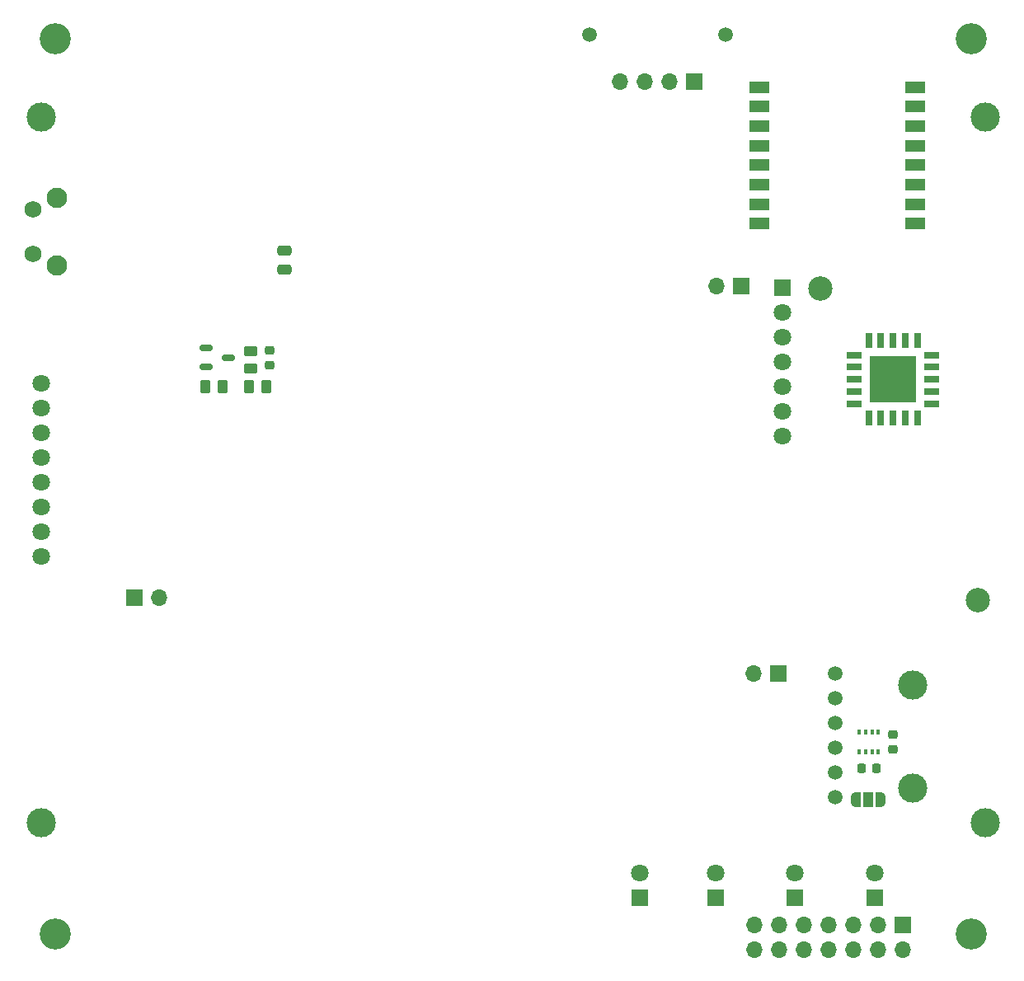
<source format=gbs>
%TF.GenerationSoftware,KiCad,Pcbnew,7.0.9*%
%TF.CreationDate,2024-06-04T23:52:15+02:00*%
%TF.ProjectId,EnvSensor-Main-v2.1,456e7653-656e-4736-9f72-2d4d61696e2d,rev?*%
%TF.SameCoordinates,Original*%
%TF.FileFunction,Soldermask,Bot*%
%TF.FilePolarity,Negative*%
%FSLAX46Y46*%
G04 Gerber Fmt 4.6, Leading zero omitted, Abs format (unit mm)*
G04 Created by KiCad (PCBNEW 7.0.9) date 2024-06-04 23:52:15*
%MOMM*%
%LPD*%
G01*
G04 APERTURE LIST*
G04 Aperture macros list*
%AMRoundRect*
0 Rectangle with rounded corners*
0 $1 Rounding radius*
0 $2 $3 $4 $5 $6 $7 $8 $9 X,Y pos of 4 corners*
0 Add a 4 corners polygon primitive as box body*
4,1,4,$2,$3,$4,$5,$6,$7,$8,$9,$2,$3,0*
0 Add four circle primitives for the rounded corners*
1,1,$1+$1,$2,$3*
1,1,$1+$1,$4,$5*
1,1,$1+$1,$6,$7*
1,1,$1+$1,$8,$9*
0 Add four rect primitives between the rounded corners*
20,1,$1+$1,$2,$3,$4,$5,0*
20,1,$1+$1,$4,$5,$6,$7,0*
20,1,$1+$1,$6,$7,$8,$9,0*
20,1,$1+$1,$8,$9,$2,$3,0*%
%AMFreePoly0*
4,1,19,0.550000,-0.750000,0.000000,-0.750000,0.000000,-0.744911,-0.071157,-0.744911,-0.207708,-0.704816,-0.327430,-0.627875,-0.420627,-0.520320,-0.479746,-0.390866,-0.500000,-0.250000,-0.500000,0.250000,-0.479746,0.390866,-0.420627,0.520320,-0.327430,0.627875,-0.207708,0.704816,-0.071157,0.744911,0.000000,0.744911,0.000000,0.750000,0.550000,0.750000,0.550000,-0.750000,0.550000,-0.750000,
$1*%
%AMFreePoly1*
4,1,19,0.000000,0.744911,0.071157,0.744911,0.207708,0.704816,0.327430,0.627875,0.420627,0.520320,0.479746,0.390866,0.500000,0.250000,0.500000,-0.250000,0.479746,-0.390866,0.420627,-0.520320,0.327430,-0.627875,0.207708,-0.704816,0.071157,-0.744911,0.000000,-0.744911,0.000000,-0.750000,-0.550000,-0.750000,-0.550000,0.750000,0.000000,0.750000,0.000000,0.744911,0.000000,0.744911,
$1*%
G04 Aperture macros list end*
%ADD10R,1.700000X1.700000*%
%ADD11O,1.700000X1.700000*%
%ADD12R,1.800000X1.800000*%
%ADD13C,1.800000*%
%ADD14C,1.500000*%
%ADD15C,2.100000*%
%ADD16C,1.750000*%
%ADD17C,3.200000*%
%ADD18C,3.000000*%
%ADD19RoundRect,0.150000X-0.512500X-0.150000X0.512500X-0.150000X0.512500X0.150000X-0.512500X0.150000X0*%
%ADD20R,0.350000X0.500000*%
%ADD21FreePoly0,180.000000*%
%ADD22R,1.000000X1.500000*%
%ADD23FreePoly1,180.000000*%
%ADD24RoundRect,0.250000X0.262500X0.450000X-0.262500X0.450000X-0.262500X-0.450000X0.262500X-0.450000X0*%
%ADD25RoundRect,0.250000X0.450000X-0.262500X0.450000X0.262500X-0.450000X0.262500X-0.450000X-0.262500X0*%
%ADD26RoundRect,0.250000X-0.475000X0.250000X-0.475000X-0.250000X0.475000X-0.250000X0.475000X0.250000X0*%
%ADD27RoundRect,0.225000X0.250000X-0.225000X0.250000X0.225000X-0.250000X0.225000X-0.250000X-0.225000X0*%
%ADD28C,2.500000*%
%ADD29R,0.800000X1.500000*%
%ADD30R,1.500000X0.800000*%
%ADD31R,4.800000X4.800000*%
%ADD32RoundRect,0.225000X-0.225000X-0.250000X0.225000X-0.250000X0.225000X0.250000X-0.225000X0.250000X0*%
%ADD33RoundRect,0.250000X-0.262500X-0.450000X0.262500X-0.450000X0.262500X0.450000X-0.262500X0.450000X0*%
%ADD34R,2.000000X1.200000*%
G04 APERTURE END LIST*
D10*
%TO.C,J1*%
X98250000Y-89250000D03*
D11*
X95710000Y-89250000D03*
%TD*%
D10*
%TO.C,J4*%
X32060000Y-81400000D03*
D11*
X34600000Y-81400000D03*
%TD*%
D12*
%TO.C,D2*%
X84000000Y-112275000D03*
D13*
X84000000Y-109735000D03*
%TD*%
D14*
%TO.C,H5*%
X78800000Y-23600000D03*
%TD*%
D15*
%TO.C,SW1*%
X24165000Y-47325000D03*
X24165000Y-40315000D03*
D16*
X21675000Y-46075000D03*
X21675000Y-41575000D03*
%TD*%
D17*
%TO.C,H3*%
X118000000Y-116000000D03*
%TD*%
%TO.C,H2*%
X118000000Y-24000000D03*
%TD*%
D12*
%TO.C,D4*%
X91800000Y-112200000D03*
D13*
X91800000Y-109660000D03*
%TD*%
D14*
%TO.C,H6*%
X92800000Y-23600000D03*
%TD*%
D18*
%TO.C,U7*%
X22500000Y-32040000D03*
X22500000Y-104540000D03*
X119500000Y-32040000D03*
X119500000Y-104540000D03*
D13*
X22500000Y-59400000D03*
X22500000Y-61940000D03*
X22500000Y-64480000D03*
X22500000Y-67020000D03*
X22500000Y-69560000D03*
X22500000Y-72100000D03*
X22500000Y-74640000D03*
X22500000Y-77180000D03*
%TD*%
D10*
%TO.C,J2*%
X94400000Y-49400000D03*
D11*
X91860000Y-49400000D03*
%TD*%
D12*
%TO.C,D6*%
X99912500Y-112200000D03*
D13*
X99912500Y-109660000D03*
%TD*%
D17*
%TO.C,H1*%
X24000000Y-24000000D03*
%TD*%
%TO.C,H4*%
X24000000Y-116000000D03*
%TD*%
D12*
%TO.C,D8*%
X108136250Y-112275000D03*
D13*
X108136250Y-109735000D03*
%TD*%
D10*
%TO.C,J7*%
X89600000Y-28400000D03*
D11*
X87060000Y-28400000D03*
X84520000Y-28400000D03*
X81980000Y-28400000D03*
%TD*%
D19*
%TO.C,Q2*%
X39462500Y-57700000D03*
X39462500Y-55800000D03*
X41737500Y-56750000D03*
%TD*%
D20*
%TO.C,U2*%
X108500000Y-95225000D03*
X107850000Y-95225000D03*
X107200000Y-95225000D03*
X106550000Y-95225000D03*
X106550000Y-97275000D03*
X107200000Y-97275000D03*
X107850000Y-97275000D03*
X108500000Y-97275000D03*
%TD*%
D21*
%TO.C,JP3*%
X108750000Y-102200000D03*
D22*
X107450000Y-102200000D03*
D23*
X106150000Y-102200000D03*
%TD*%
D24*
%TO.C,R22*%
X45662500Y-59750000D03*
X43837500Y-59750000D03*
%TD*%
D25*
%TO.C,R23*%
X44000000Y-57912500D03*
X44000000Y-56087500D03*
%TD*%
D26*
%TO.C,C11*%
X47500000Y-45800000D03*
X47500000Y-47700000D03*
%TD*%
D27*
%TO.C,C22*%
X46000000Y-57575000D03*
X46000000Y-56025000D03*
%TD*%
D28*
%TO.C,U3*%
X102550000Y-49650000D03*
X118750000Y-81650000D03*
D12*
X98650000Y-49550000D03*
D13*
X98650000Y-52090000D03*
X98650000Y-54630000D03*
X98650000Y-57170000D03*
X98650000Y-59710000D03*
X98650000Y-62250000D03*
X98650000Y-64790000D03*
%TD*%
D29*
%TO.C,U4*%
X112500000Y-63000000D03*
X111250000Y-63000000D03*
X110000000Y-63000000D03*
X108750000Y-63000000D03*
X107500000Y-63000000D03*
D30*
X106000000Y-61500000D03*
X106000000Y-60250000D03*
X106000000Y-59000000D03*
X106000000Y-57750000D03*
X106000000Y-56500000D03*
D29*
X107500000Y-55000000D03*
X108750000Y-55000000D03*
X110000000Y-55000000D03*
X111250000Y-55000000D03*
X112500000Y-55000000D03*
D30*
X114000000Y-56500000D03*
X114000000Y-57750000D03*
X114000000Y-59000000D03*
X114000000Y-60250000D03*
X114000000Y-61500000D03*
D31*
X110000000Y-59000000D03*
%TD*%
D27*
%TO.C,C8*%
X110000000Y-97000000D03*
X110000000Y-95450000D03*
%TD*%
D32*
%TO.C,C9*%
X106750000Y-98975000D03*
X108300000Y-98975000D03*
%TD*%
D18*
%TO.C,U1*%
X112012500Y-101012500D03*
X112012500Y-90412500D03*
D14*
X104052500Y-89242500D03*
X104052500Y-91782500D03*
X104052500Y-94322500D03*
X104052500Y-96862500D03*
X104052500Y-99402500D03*
X104052500Y-101942500D03*
%TD*%
D33*
%TO.C,R24*%
X39337500Y-59750000D03*
X41162500Y-59750000D03*
%TD*%
D34*
%TO.C,U6*%
X112250000Y-29000000D03*
X112250000Y-31000000D03*
X112250000Y-33000000D03*
X112250000Y-35000000D03*
X112250000Y-37000000D03*
X112250000Y-39000000D03*
X112250000Y-41000000D03*
X112250000Y-43000000D03*
X96250000Y-43000000D03*
X96250000Y-41000000D03*
X96250000Y-39000000D03*
X96250000Y-37000000D03*
X96250000Y-35000000D03*
X96250000Y-33000000D03*
X96250000Y-31000000D03*
X96250000Y-29000000D03*
%TD*%
D10*
%TO.C,J8*%
X111000000Y-115000000D03*
D11*
X111000000Y-117540000D03*
X108460000Y-115000000D03*
X108460000Y-117540000D03*
X105920000Y-115000000D03*
X105920000Y-117540000D03*
X103380000Y-115000000D03*
X103380000Y-117540000D03*
X100840000Y-115000000D03*
X100840000Y-117540000D03*
X98300000Y-115000000D03*
X98300000Y-117540000D03*
X95760000Y-115000000D03*
X95760000Y-117540000D03*
%TD*%
M02*

</source>
